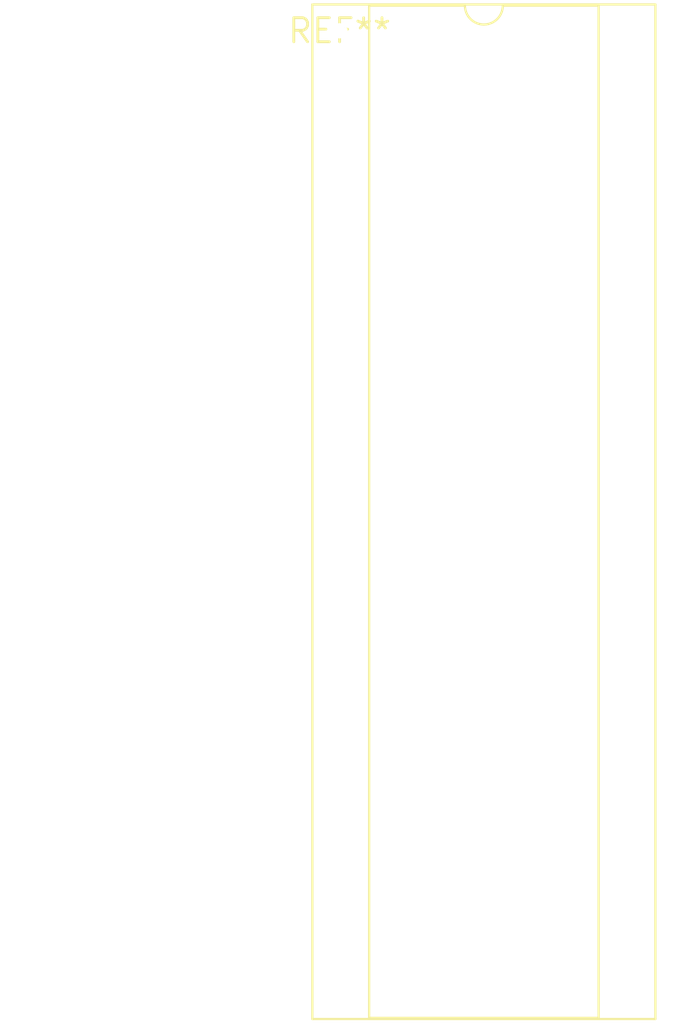
<source format=kicad_pcb>
(kicad_pcb (version 20240108) (generator pcbnew)
  (layers (0 "F.Cu" signal) (31 "B.Cu" signal) (34 "B.Paste" user) (35 "F.Paste" user) (36 "B.SilkS" user "B.Silkscreen") (37 "F.SilkS" user "F.Silkscreen") (38 "B.Mask" user) (39 "F.Mask" user) (44 "Edge.Cuts" user))
  (net 0 "")
  (footprint "DIP-42_W15.24mm_Socket_LongPads" (layer "F.Cu") (at 0 0)
    (property "Reference" "REF**")
    (property "Value" "DIP-42_W15.24mm_Socket_LongPads")
    (fp_line (start -1.44 -1.39) (end -1.44 52.19) (layer "F.SilkS") (stroke (width 0.12)))
    (fp_line (start -1.44 52.19) (end 16.68 52.19) (layer "F.SilkS") (stroke (width 0.12)))
    (fp_line (start 1.56 -1.33) (end 1.56 52.13) (layer "F.SilkS") (stroke (width 0.12)))
    (fp_line (start 1.56 52.13) (end 13.68 52.13) (layer "F.SilkS") (stroke (width 0.12)))
    (fp_line (start 6.62 -1.33) (end 1.56 -1.33) (layer "F.SilkS") (stroke (width 0.12)))
    (fp_line (start 13.68 -1.33) (end 8.62 -1.33) (layer "F.SilkS") (stroke (width 0.12)))
    (fp_line (start 13.68 52.13) (end 13.68 -1.33) (layer "F.SilkS") (stroke (width 0.12)))
    (fp_line (start 16.68 -1.39) (end -1.44 -1.39) (layer "F.SilkS") (stroke (width 0.12)))
    (fp_line (start 16.68 52.19) (end 16.68 -1.39) (layer "F.SilkS") (stroke (width 0.12)))
    (fp_arc (start 8.62 -1.33) (mid 7.62 -0.33) (end 6.62 -1.33) (layer "F.SilkS") (stroke (width 0.12)))
    (pad "1" thru_hole rect (at 0 0) (size 2.4 1.6) (drill 0.8) (layers *.Cu *.Mask) (remove_unused_layers))
    (pad "2" thru_hole oval (at 0 2.54) (size 2.4 1.6) (drill 0.8) (layers *.Cu *.Mask) (remove_unused_layers))
    (pad "3" thru_hole oval (at 0 5.08) (size 2.4 1.6) (drill 0.8) (layers *.Cu *.Mask) (remove_unused_layers))
    (pad "4" thru_hole oval (at 0 7.62) (size 2.4 1.6) (drill 0.8) (layers *.Cu *.Mask) (remove_unused_layers))
    (pad "5" thru_hole oval (at 0 10.16) (size 2.4 1.6) (drill 0.8) (layers *.Cu *.Mask) (remove_unused_layers))
    (pad "6" thru_hole oval (at 0 12.7) (size 2.4 1.6) (drill 0.8) (layers *.Cu *.Mask) (remove_unused_layers))
    (pad "7" thru_hole oval (at 0 15.24) (size 2.4 1.6) (drill 0.8) (layers *.Cu *.Mask) (remove_unused_layers))
    (pad "8" thru_hole oval (at 0 17.78) (size 2.4 1.6) (drill 0.8) (layers *.Cu *.Mask) (remove_unused_layers))
    (pad "9" thru_hole oval (at 0 20.32) (size 2.4 1.6) (drill 0.8) (layers *.Cu *.Mask) (remove_unused_layers))
    (pad "10" thru_hole oval (at 0 22.86) (size 2.4 1.6) (drill 0.8) (layers *.Cu *.Mask) (remove_unused_layers))
    (pad "11" thru_hole oval (at 0 25.4) (size 2.4 1.6) (drill 0.8) (layers *.Cu *.Mask) (remove_unused_layers))
    (pad "12" thru_hole oval (at 0 27.94) (size 2.4 1.6) (drill 0.8) (layers *.Cu *.Mask) (remove_unused_layers))
    (pad "13" thru_hole oval (at 0 30.48) (size 2.4 1.6) (drill 0.8) (layers *.Cu *.Mask) (remove_unused_layers))
    (pad "14" thru_hole oval (at 0 33.02) (size 2.4 1.6) (drill 0.8) (layers *.Cu *.Mask) (remove_unused_layers))
    (pad "15" thru_hole oval (at 0 35.56) (size 2.4 1.6) (drill 0.8) (layers *.Cu *.Mask) (remove_unused_layers))
    (pad "16" thru_hole oval (at 0 38.1) (size 2.4 1.6) (drill 0.8) (layers *.Cu *.Mask) (remove_unused_layers))
    (pad "17" thru_hole oval (at 0 40.64) (size 2.4 1.6) (drill 0.8) (layers *.Cu *.Mask) (remove_unused_layers))
    (pad "18" thru_hole oval (at 0 43.18) (size 2.4 1.6) (drill 0.8) (layers *.Cu *.Mask) (remove_unused_layers))
    (pad "19" thru_hole oval (at 0 45.72) (size 2.4 1.6) (drill 0.8) (layers *.Cu *.Mask) (remove_unused_layers))
    (pad "20" thru_hole oval (at 0 48.26) (size 2.4 1.6) (drill 0.8) (layers *.Cu *.Mask) (remove_unused_layers))
    (pad "21" thru_hole oval (at 0 50.8) (size 2.4 1.6) (drill 0.8) (layers *.Cu *.Mask) (remove_unused_layers))
    (pad "22" thru_hole oval (at 15.24 50.8) (size 2.4 1.6) (drill 0.8) (layers *.Cu *.Mask) (remove_unused_layers))
    (pad "23" thru_hole oval (at 15.24 48.26) (size 2.4 1.6) (drill 0.8) (layers *.Cu *.Mask) (remove_unused_layers))
    (pad "24" thru_hole oval (at 15.24 45.72) (size 2.4 1.6) (drill 0.8) (layers *.Cu *.Mask) (remove_unused_layers))
    (pad "25" thru_hole oval (at 15.24 43.18) (size 2.4 1.6) (drill 0.8) (layers *.Cu *.Mask) (remove_unused_layers))
    (pad "26" thru_hole oval (at 15.24 40.64) (size 2.4 1.6) (drill 0.8) (layers *.Cu *.Mask) (remove_unused_layers))
    (pad "27" thru_hole oval (at 15.24 38.1) (size 2.4 1.6) (drill 0.8) (layers *.Cu *.Mask) (remove_unused_layers))
    (pad "28" thru_hole oval (at 15.24 35.56) (size 2.4 1.6) (drill 0.8) (layers *.Cu *.Mask) (remove_unused_layers))
    (pad "29" thru_hole oval (at 15.24 33.02) (size 2.4 1.6) (drill 0.8) (layers *.Cu *.Mask) (remove_unused_layers))
    (pad "30" thru_hole oval (at 15.24 30.48) (size 2.4 1.6) (drill 0.8) (layers *.Cu *.Mask) (remove_unused_layers))
    (pad "31" thru_hole oval (at 15.24 27.94) (size 2.4 1.6) (drill 0.8) (layers *.Cu *.Mask) (remove_unused_layers))
    (pad "32" thru_hole oval (at 15.24 25.4) (size 2.4 1.6) (drill 0.8) (layers *.Cu *.Mask) (remove_unused_layers))
    (pad "33" thru_hole oval (at 15.24 22.86) (size 2.4 1.6) (drill 0.8) (layers *.Cu *.Mask) (remove_unused_layers))
    (pad "34" thru_hole oval (at 15.24 20.32) (size 2.4 1.6) (drill 0.8) (layers *.Cu *.Mask) (remove_unused_layers))
    (pad "35" thru_hole oval (at 15.24 17.78) (size 2.4 1.6) (drill 0.8) (layers *.Cu *.Mask) (remove_unused_layers))
    (pad "36" thru_hole oval (at 15.24 15.24) (size 2.4 1.6) (drill 0.8) (layers *.Cu *.Mask) (remove_unused_layers))
    (pad "37" thru_hole oval (at 15.24 12.7) (size 2.4 1.6) (drill 0.8) (layers *.Cu *.Mask) (remove_unused_layers))
    (pad "38" thru_hole oval (at 15.24 10.16) (size 2.4 1.6) (drill 0.8) (layers *.Cu *.Mask) (remove_unused_layers))
    (pad "39" thru_hole oval (at 15.24 7.62) (size 2.4 1.6) (drill 0.8) (layers *.Cu *.Mask) (remove_unused_layers))
    (pad "40" thru_hole oval (at 15.24 5.08) (size 2.4 1.6) (drill 0.8) (layers *.Cu *.Mask) (remove_unused_layers))
    (pad "41" thru_hole oval (at 15.24 2.54) (size 2.4 1.6) (drill 0.8) (layers *.Cu *.Mask) (remove_unused_layers))
    (pad "42" thru_hole oval (at 15.24 0) (size 2.4 1.6) (drill 0.8) (layers *.Cu *.Mask) (remove_unused_layers))
  )
)
</source>
